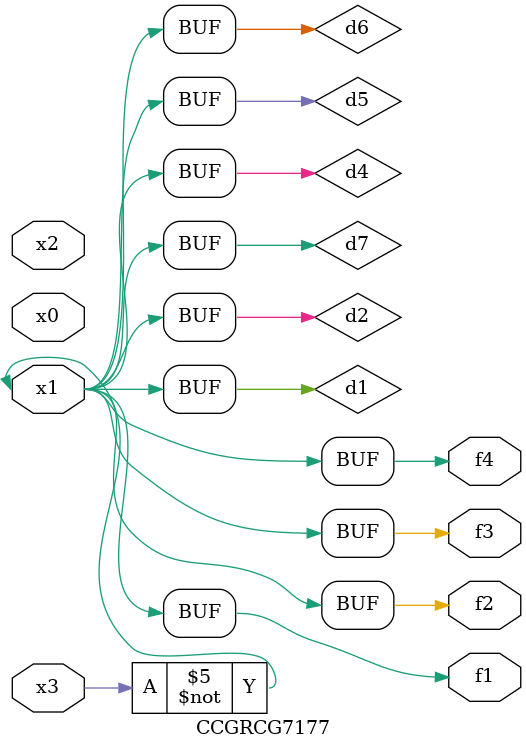
<source format=v>
module CCGRCG7177(
	input x0, x1, x2, x3,
	output f1, f2, f3, f4
);

	wire d1, d2, d3, d4, d5, d6, d7;

	not (d1, x3);
	buf (d2, x1);
	xnor (d3, d1, d2);
	nor (d4, d1);
	buf (d5, d1, d2);
	buf (d6, d4, d5);
	nand (d7, d4);
	assign f1 = d6;
	assign f2 = d7;
	assign f3 = d6;
	assign f4 = d6;
endmodule

</source>
